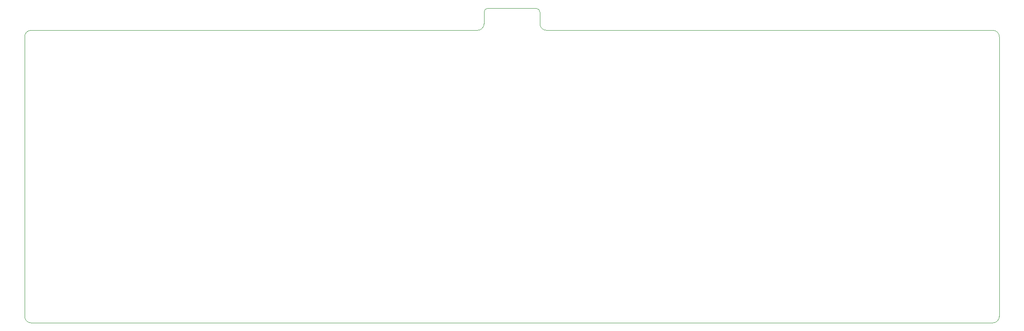
<source format=gbr>
%TF.GenerationSoftware,KiCad,Pcbnew,7.0.10*%
%TF.CreationDate,2024-02-28T00:26:24+11:00*%
%TF.ProjectId,wahoo30,7761686f-6f33-4302-9e6b-696361645f70,rev?*%
%TF.SameCoordinates,Original*%
%TF.FileFunction,Profile,NP*%
%FSLAX46Y46*%
G04 Gerber Fmt 4.6, Leading zero omitted, Abs format (unit mm)*
G04 Created by KiCad (PCBNEW 7.0.10) date 2024-02-28 00:26:24*
%MOMM*%
%LPD*%
G01*
G04 APERTURE LIST*
%TA.AperFunction,Profile*%
%ADD10C,0.100000*%
%TD*%
G04 APERTURE END LIST*
D10*
X118364000Y-24892000D02*
G75*
G03*
X117602000Y-25654000I0J-762000D01*
G01*
X129794000Y-29210000D02*
X217170000Y-29210000D01*
X27686000Y-85344000D02*
X27686000Y-30480000D01*
X128524000Y-27940000D02*
G75*
G03*
X129794000Y-29210000I1270000J0D01*
G01*
X117602000Y-27940000D02*
X117602000Y-25654000D01*
X218440000Y-30480000D02*
X218440000Y-85344000D01*
X27686000Y-85344000D02*
G75*
G03*
X28956000Y-86614000I1270000J0D01*
G01*
X28956000Y-29210000D02*
G75*
G03*
X27686000Y-30480000I0J-1270000D01*
G01*
X116332000Y-29210000D02*
G75*
G03*
X117602000Y-27940000I0J1270000D01*
G01*
X118364000Y-24892000D02*
X127762000Y-24892000D01*
X128524000Y-25654000D02*
G75*
G03*
X127762000Y-24892000I-762000J0D01*
G01*
X217170000Y-86614000D02*
G75*
G03*
X218440000Y-85344000I0J1270000D01*
G01*
X128524000Y-25654000D02*
X128524000Y-27940000D01*
X217170000Y-86614000D02*
X28956000Y-86614000D01*
X28956000Y-29210000D02*
X116332000Y-29210000D01*
X218440000Y-30480000D02*
G75*
G03*
X217170000Y-29210000I-1270000J0D01*
G01*
M02*

</source>
